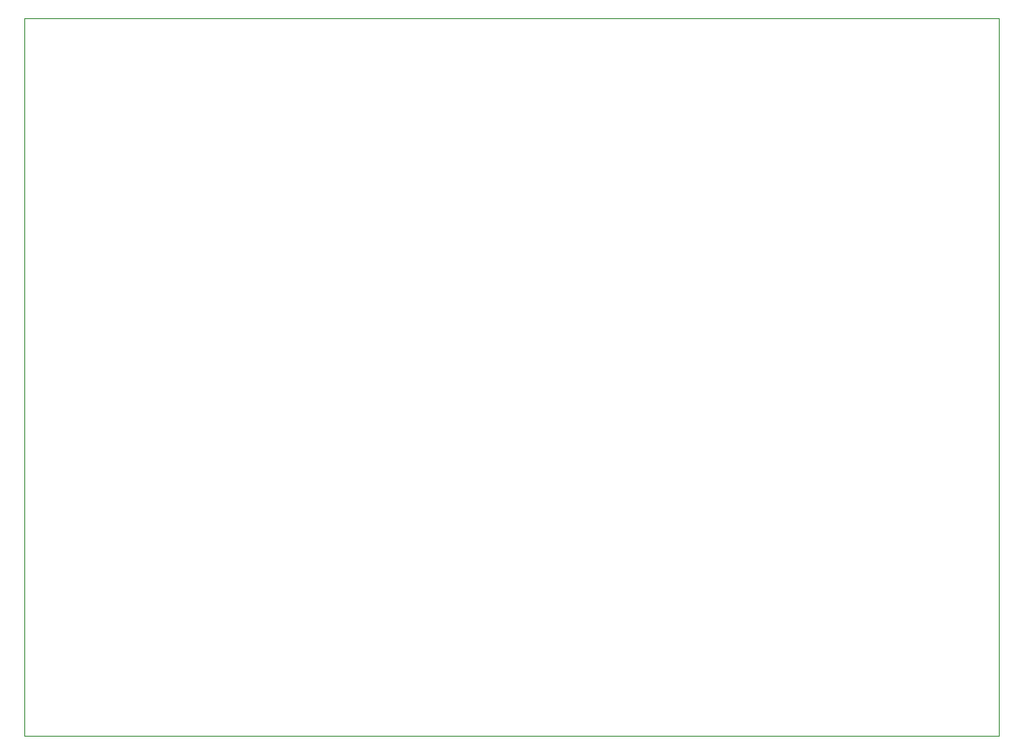
<source format=gm1>
G04 #@! TF.GenerationSoftware,KiCad,Pcbnew,(5.1.7)-1*
G04 #@! TF.CreationDate,2022-09-30T21:09:14+02:00*
G04 #@! TF.ProjectId,Zaehler-Modul,5a616568-6c65-4722-9d4d-6f64756c2e6b,rev?*
G04 #@! TF.SameCoordinates,Original*
G04 #@! TF.FileFunction,Profile,NP*
%FSLAX46Y46*%
G04 Gerber Fmt 4.6, Leading zero omitted, Abs format (unit mm)*
G04 Created by KiCad (PCBNEW (5.1.7)-1) date 2022-09-30 21:09:14*
%MOMM*%
%LPD*%
G01*
G04 APERTURE LIST*
G04 #@! TA.AperFunction,Profile*
%ADD10C,0.050000*%
G04 #@! TD*
G04 APERTURE END LIST*
D10*
X174750000Y-146000000D02*
X79750000Y-146000000D01*
X174750000Y-76000000D02*
X79750000Y-76000000D01*
X79750000Y-146000000D02*
X79750000Y-76000000D01*
X174750000Y-146000000D02*
X174750000Y-76000000D01*
M02*

</source>
